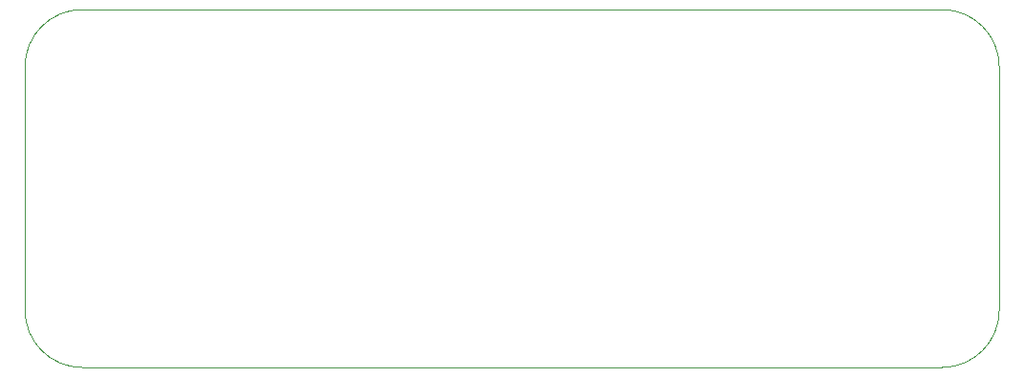
<source format=gm1>
%TF.GenerationSoftware,KiCad,Pcbnew,(6.0.7)*%
%TF.CreationDate,2022-09-26T21:00:32+02:00*%
%TF.ProjectId,LcdResolver,4c636452-6573-46f6-9c76-65722e6b6963,0*%
%TF.SameCoordinates,Original*%
%TF.FileFunction,Profile,NP*%
%FSLAX46Y46*%
G04 Gerber Fmt 4.6, Leading zero omitted, Abs format (unit mm)*
G04 Created by KiCad (PCBNEW (6.0.7)) date 2022-09-26 21:00:32*
%MOMM*%
%LPD*%
G01*
G04 APERTURE LIST*
%TA.AperFunction,Profile*%
%ADD10C,0.100000*%
%TD*%
G04 APERTURE END LIST*
D10*
X182626000Y-84888000D02*
G75*
G03*
X177546000Y-79808000I-5080000J0D01*
G01*
X101346000Y-111558000D02*
X177546000Y-111558000D01*
X96266000Y-106478000D02*
G75*
G03*
X101346000Y-111558000I5080000J0D01*
G01*
X182626000Y-84888000D02*
X182626000Y-106478000D01*
X101346000Y-79808000D02*
G75*
G03*
X96266000Y-84888000I0J-5080000D01*
G01*
X101346000Y-79808000D02*
X177546000Y-79808000D01*
X177546000Y-111558000D02*
G75*
G03*
X182626000Y-106478000I0J5080000D01*
G01*
X96266000Y-84888000D02*
X96266000Y-106478000D01*
M02*

</source>
